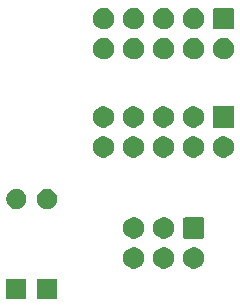
<source format=gbr>
G04 #@! TF.GenerationSoftware,KiCad,Pcbnew,5.1.5+dfsg1-2build2*
G04 #@! TF.CreationDate,2022-03-13T21:16:03-04:00*
G04 #@! TF.ProjectId,RGB_to_hdmi_adapter_coco3,5247425f-746f-45f6-9864-6d695f616461,rev?*
G04 #@! TF.SameCoordinates,Original*
G04 #@! TF.FileFunction,Soldermask,Bot*
G04 #@! TF.FilePolarity,Negative*
%FSLAX46Y46*%
G04 Gerber Fmt 4.6, Leading zero omitted, Abs format (unit mm)*
G04 Created by KiCad (PCBNEW 5.1.5+dfsg1-2build2) date 2022-03-13 21:16:03*
%MOMM*%
%LPD*%
G04 APERTURE LIST*
%ADD10C,0.100000*%
G04 APERTURE END LIST*
D10*
G36*
X126801000Y-146171000D02*
G01*
X125099000Y-146171000D01*
X125099000Y-144469000D01*
X126801000Y-144469000D01*
X126801000Y-146171000D01*
G37*
G36*
X124201000Y-146171000D02*
G01*
X122499000Y-146171000D01*
X122499000Y-144469000D01*
X124201000Y-144469000D01*
X124201000Y-146171000D01*
G37*
G36*
X133398512Y-141793927D02*
G01*
X133547812Y-141823624D01*
X133711784Y-141891544D01*
X133859354Y-141990147D01*
X133984853Y-142115646D01*
X134083456Y-142263216D01*
X134151376Y-142427188D01*
X134186000Y-142601259D01*
X134186000Y-142778741D01*
X134151376Y-142952812D01*
X134083456Y-143116784D01*
X133984853Y-143264354D01*
X133859354Y-143389853D01*
X133711784Y-143488456D01*
X133547812Y-143556376D01*
X133398512Y-143586073D01*
X133373742Y-143591000D01*
X133196258Y-143591000D01*
X133171488Y-143586073D01*
X133022188Y-143556376D01*
X132858216Y-143488456D01*
X132710646Y-143389853D01*
X132585147Y-143264354D01*
X132486544Y-143116784D01*
X132418624Y-142952812D01*
X132384000Y-142778741D01*
X132384000Y-142601259D01*
X132418624Y-142427188D01*
X132486544Y-142263216D01*
X132585147Y-142115646D01*
X132710646Y-141990147D01*
X132858216Y-141891544D01*
X133022188Y-141823624D01*
X133171488Y-141793927D01*
X133196258Y-141789000D01*
X133373742Y-141789000D01*
X133398512Y-141793927D01*
G37*
G36*
X135938512Y-141793927D02*
G01*
X136087812Y-141823624D01*
X136251784Y-141891544D01*
X136399354Y-141990147D01*
X136524853Y-142115646D01*
X136623456Y-142263216D01*
X136691376Y-142427188D01*
X136726000Y-142601259D01*
X136726000Y-142778741D01*
X136691376Y-142952812D01*
X136623456Y-143116784D01*
X136524853Y-143264354D01*
X136399354Y-143389853D01*
X136251784Y-143488456D01*
X136087812Y-143556376D01*
X135938512Y-143586073D01*
X135913742Y-143591000D01*
X135736258Y-143591000D01*
X135711488Y-143586073D01*
X135562188Y-143556376D01*
X135398216Y-143488456D01*
X135250646Y-143389853D01*
X135125147Y-143264354D01*
X135026544Y-143116784D01*
X134958624Y-142952812D01*
X134924000Y-142778741D01*
X134924000Y-142601259D01*
X134958624Y-142427188D01*
X135026544Y-142263216D01*
X135125147Y-142115646D01*
X135250646Y-141990147D01*
X135398216Y-141891544D01*
X135562188Y-141823624D01*
X135711488Y-141793927D01*
X135736258Y-141789000D01*
X135913742Y-141789000D01*
X135938512Y-141793927D01*
G37*
G36*
X138478512Y-141793927D02*
G01*
X138627812Y-141823624D01*
X138791784Y-141891544D01*
X138939354Y-141990147D01*
X139064853Y-142115646D01*
X139163456Y-142263216D01*
X139231376Y-142427188D01*
X139266000Y-142601259D01*
X139266000Y-142778741D01*
X139231376Y-142952812D01*
X139163456Y-143116784D01*
X139064853Y-143264354D01*
X138939354Y-143389853D01*
X138791784Y-143488456D01*
X138627812Y-143556376D01*
X138478512Y-143586073D01*
X138453742Y-143591000D01*
X138276258Y-143591000D01*
X138251488Y-143586073D01*
X138102188Y-143556376D01*
X137938216Y-143488456D01*
X137790646Y-143389853D01*
X137665147Y-143264354D01*
X137566544Y-143116784D01*
X137498624Y-142952812D01*
X137464000Y-142778741D01*
X137464000Y-142601259D01*
X137498624Y-142427188D01*
X137566544Y-142263216D01*
X137665147Y-142115646D01*
X137790646Y-141990147D01*
X137938216Y-141891544D01*
X138102188Y-141823624D01*
X138251488Y-141793927D01*
X138276258Y-141789000D01*
X138453742Y-141789000D01*
X138478512Y-141793927D01*
G37*
G36*
X133393796Y-139252989D02*
G01*
X133547812Y-139283624D01*
X133711784Y-139351544D01*
X133859354Y-139450147D01*
X133984853Y-139575646D01*
X134083456Y-139723216D01*
X134151376Y-139887188D01*
X134186000Y-140061259D01*
X134186000Y-140238741D01*
X134151376Y-140412812D01*
X134083456Y-140576784D01*
X133984853Y-140724354D01*
X133859354Y-140849853D01*
X133711784Y-140948456D01*
X133547812Y-141016376D01*
X133399341Y-141045908D01*
X133373742Y-141051000D01*
X133196258Y-141051000D01*
X133170659Y-141045908D01*
X133022188Y-141016376D01*
X132858216Y-140948456D01*
X132710646Y-140849853D01*
X132585147Y-140724354D01*
X132486544Y-140576784D01*
X132418624Y-140412812D01*
X132384000Y-140238741D01*
X132384000Y-140061259D01*
X132418624Y-139887188D01*
X132486544Y-139723216D01*
X132585147Y-139575646D01*
X132710646Y-139450147D01*
X132858216Y-139351544D01*
X133022188Y-139283624D01*
X133176204Y-139252989D01*
X133196258Y-139249000D01*
X133373742Y-139249000D01*
X133393796Y-139252989D01*
G37*
G36*
X135933796Y-139252989D02*
G01*
X136087812Y-139283624D01*
X136251784Y-139351544D01*
X136399354Y-139450147D01*
X136524853Y-139575646D01*
X136623456Y-139723216D01*
X136691376Y-139887188D01*
X136726000Y-140061259D01*
X136726000Y-140238741D01*
X136691376Y-140412812D01*
X136623456Y-140576784D01*
X136524853Y-140724354D01*
X136399354Y-140849853D01*
X136251784Y-140948456D01*
X136087812Y-141016376D01*
X135939341Y-141045908D01*
X135913742Y-141051000D01*
X135736258Y-141051000D01*
X135710659Y-141045908D01*
X135562188Y-141016376D01*
X135398216Y-140948456D01*
X135250646Y-140849853D01*
X135125147Y-140724354D01*
X135026544Y-140576784D01*
X134958624Y-140412812D01*
X134924000Y-140238741D01*
X134924000Y-140061259D01*
X134958624Y-139887188D01*
X135026544Y-139723216D01*
X135125147Y-139575646D01*
X135250646Y-139450147D01*
X135398216Y-139351544D01*
X135562188Y-139283624D01*
X135716204Y-139252989D01*
X135736258Y-139249000D01*
X135913742Y-139249000D01*
X135933796Y-139252989D01*
G37*
G36*
X139123600Y-139252989D02*
G01*
X139156652Y-139263015D01*
X139187103Y-139279292D01*
X139213799Y-139301201D01*
X139235708Y-139327897D01*
X139251985Y-139358348D01*
X139262011Y-139391400D01*
X139266000Y-139431903D01*
X139266000Y-140868097D01*
X139262011Y-140908600D01*
X139251985Y-140941652D01*
X139235708Y-140972103D01*
X139213799Y-140998799D01*
X139187103Y-141020708D01*
X139156652Y-141036985D01*
X139123600Y-141047011D01*
X139083097Y-141051000D01*
X137646903Y-141051000D01*
X137606400Y-141047011D01*
X137573348Y-141036985D01*
X137542897Y-141020708D01*
X137516201Y-140998799D01*
X137494292Y-140972103D01*
X137478015Y-140941652D01*
X137467989Y-140908600D01*
X137464000Y-140868097D01*
X137464000Y-139431903D01*
X137467989Y-139391400D01*
X137478015Y-139358348D01*
X137494292Y-139327897D01*
X137516201Y-139301201D01*
X137542897Y-139279292D01*
X137573348Y-139263015D01*
X137606400Y-139252989D01*
X137646903Y-139249000D01*
X139083097Y-139249000D01*
X139123600Y-139252989D01*
G37*
G36*
X123598228Y-136881703D02*
G01*
X123753100Y-136945853D01*
X123892481Y-137038985D01*
X124011015Y-137157519D01*
X124104147Y-137296900D01*
X124168297Y-137451772D01*
X124201000Y-137616184D01*
X124201000Y-137783816D01*
X124168297Y-137948228D01*
X124104147Y-138103100D01*
X124011015Y-138242481D01*
X123892481Y-138361015D01*
X123753100Y-138454147D01*
X123598228Y-138518297D01*
X123433816Y-138551000D01*
X123266184Y-138551000D01*
X123101772Y-138518297D01*
X122946900Y-138454147D01*
X122807519Y-138361015D01*
X122688985Y-138242481D01*
X122595853Y-138103100D01*
X122531703Y-137948228D01*
X122499000Y-137783816D01*
X122499000Y-137616184D01*
X122531703Y-137451772D01*
X122595853Y-137296900D01*
X122688985Y-137157519D01*
X122807519Y-137038985D01*
X122946900Y-136945853D01*
X123101772Y-136881703D01*
X123266184Y-136849000D01*
X123433816Y-136849000D01*
X123598228Y-136881703D01*
G37*
G36*
X126198228Y-136881703D02*
G01*
X126353100Y-136945853D01*
X126492481Y-137038985D01*
X126611015Y-137157519D01*
X126704147Y-137296900D01*
X126768297Y-137451772D01*
X126801000Y-137616184D01*
X126801000Y-137783816D01*
X126768297Y-137948228D01*
X126704147Y-138103100D01*
X126611015Y-138242481D01*
X126492481Y-138361015D01*
X126353100Y-138454147D01*
X126198228Y-138518297D01*
X126033816Y-138551000D01*
X125866184Y-138551000D01*
X125701772Y-138518297D01*
X125546900Y-138454147D01*
X125407519Y-138361015D01*
X125288985Y-138242481D01*
X125195853Y-138103100D01*
X125131703Y-137948228D01*
X125099000Y-137783816D01*
X125099000Y-137616184D01*
X125131703Y-137451772D01*
X125195853Y-137296900D01*
X125288985Y-137157519D01*
X125407519Y-137038985D01*
X125546900Y-136945853D01*
X125701772Y-136881703D01*
X125866184Y-136849000D01*
X126033816Y-136849000D01*
X126198228Y-136881703D01*
G37*
G36*
X133363512Y-132393927D02*
G01*
X133512812Y-132423624D01*
X133676784Y-132491544D01*
X133824354Y-132590147D01*
X133949853Y-132715646D01*
X134048456Y-132863216D01*
X134116376Y-133027188D01*
X134151000Y-133201259D01*
X134151000Y-133378741D01*
X134116376Y-133552812D01*
X134048456Y-133716784D01*
X133949853Y-133864354D01*
X133824354Y-133989853D01*
X133676784Y-134088456D01*
X133512812Y-134156376D01*
X133363512Y-134186073D01*
X133338742Y-134191000D01*
X133161258Y-134191000D01*
X133136488Y-134186073D01*
X132987188Y-134156376D01*
X132823216Y-134088456D01*
X132675646Y-133989853D01*
X132550147Y-133864354D01*
X132451544Y-133716784D01*
X132383624Y-133552812D01*
X132349000Y-133378741D01*
X132349000Y-133201259D01*
X132383624Y-133027188D01*
X132451544Y-132863216D01*
X132550147Y-132715646D01*
X132675646Y-132590147D01*
X132823216Y-132491544D01*
X132987188Y-132423624D01*
X133136488Y-132393927D01*
X133161258Y-132389000D01*
X133338742Y-132389000D01*
X133363512Y-132393927D01*
G37*
G36*
X140983512Y-132393927D02*
G01*
X141132812Y-132423624D01*
X141296784Y-132491544D01*
X141444354Y-132590147D01*
X141569853Y-132715646D01*
X141668456Y-132863216D01*
X141736376Y-133027188D01*
X141771000Y-133201259D01*
X141771000Y-133378741D01*
X141736376Y-133552812D01*
X141668456Y-133716784D01*
X141569853Y-133864354D01*
X141444354Y-133989853D01*
X141296784Y-134088456D01*
X141132812Y-134156376D01*
X140983512Y-134186073D01*
X140958742Y-134191000D01*
X140781258Y-134191000D01*
X140756488Y-134186073D01*
X140607188Y-134156376D01*
X140443216Y-134088456D01*
X140295646Y-133989853D01*
X140170147Y-133864354D01*
X140071544Y-133716784D01*
X140003624Y-133552812D01*
X139969000Y-133378741D01*
X139969000Y-133201259D01*
X140003624Y-133027188D01*
X140071544Y-132863216D01*
X140170147Y-132715646D01*
X140295646Y-132590147D01*
X140443216Y-132491544D01*
X140607188Y-132423624D01*
X140756488Y-132393927D01*
X140781258Y-132389000D01*
X140958742Y-132389000D01*
X140983512Y-132393927D01*
G37*
G36*
X130823512Y-132393927D02*
G01*
X130972812Y-132423624D01*
X131136784Y-132491544D01*
X131284354Y-132590147D01*
X131409853Y-132715646D01*
X131508456Y-132863216D01*
X131576376Y-133027188D01*
X131611000Y-133201259D01*
X131611000Y-133378741D01*
X131576376Y-133552812D01*
X131508456Y-133716784D01*
X131409853Y-133864354D01*
X131284354Y-133989853D01*
X131136784Y-134088456D01*
X130972812Y-134156376D01*
X130823512Y-134186073D01*
X130798742Y-134191000D01*
X130621258Y-134191000D01*
X130596488Y-134186073D01*
X130447188Y-134156376D01*
X130283216Y-134088456D01*
X130135646Y-133989853D01*
X130010147Y-133864354D01*
X129911544Y-133716784D01*
X129843624Y-133552812D01*
X129809000Y-133378741D01*
X129809000Y-133201259D01*
X129843624Y-133027188D01*
X129911544Y-132863216D01*
X130010147Y-132715646D01*
X130135646Y-132590147D01*
X130283216Y-132491544D01*
X130447188Y-132423624D01*
X130596488Y-132393927D01*
X130621258Y-132389000D01*
X130798742Y-132389000D01*
X130823512Y-132393927D01*
G37*
G36*
X138443512Y-132393927D02*
G01*
X138592812Y-132423624D01*
X138756784Y-132491544D01*
X138904354Y-132590147D01*
X139029853Y-132715646D01*
X139128456Y-132863216D01*
X139196376Y-133027188D01*
X139231000Y-133201259D01*
X139231000Y-133378741D01*
X139196376Y-133552812D01*
X139128456Y-133716784D01*
X139029853Y-133864354D01*
X138904354Y-133989853D01*
X138756784Y-134088456D01*
X138592812Y-134156376D01*
X138443512Y-134186073D01*
X138418742Y-134191000D01*
X138241258Y-134191000D01*
X138216488Y-134186073D01*
X138067188Y-134156376D01*
X137903216Y-134088456D01*
X137755646Y-133989853D01*
X137630147Y-133864354D01*
X137531544Y-133716784D01*
X137463624Y-133552812D01*
X137429000Y-133378741D01*
X137429000Y-133201259D01*
X137463624Y-133027188D01*
X137531544Y-132863216D01*
X137630147Y-132715646D01*
X137755646Y-132590147D01*
X137903216Y-132491544D01*
X138067188Y-132423624D01*
X138216488Y-132393927D01*
X138241258Y-132389000D01*
X138418742Y-132389000D01*
X138443512Y-132393927D01*
G37*
G36*
X135903512Y-132393927D02*
G01*
X136052812Y-132423624D01*
X136216784Y-132491544D01*
X136364354Y-132590147D01*
X136489853Y-132715646D01*
X136588456Y-132863216D01*
X136656376Y-133027188D01*
X136691000Y-133201259D01*
X136691000Y-133378741D01*
X136656376Y-133552812D01*
X136588456Y-133716784D01*
X136489853Y-133864354D01*
X136364354Y-133989853D01*
X136216784Y-134088456D01*
X136052812Y-134156376D01*
X135903512Y-134186073D01*
X135878742Y-134191000D01*
X135701258Y-134191000D01*
X135676488Y-134186073D01*
X135527188Y-134156376D01*
X135363216Y-134088456D01*
X135215646Y-133989853D01*
X135090147Y-133864354D01*
X134991544Y-133716784D01*
X134923624Y-133552812D01*
X134889000Y-133378741D01*
X134889000Y-133201259D01*
X134923624Y-133027188D01*
X134991544Y-132863216D01*
X135090147Y-132715646D01*
X135215646Y-132590147D01*
X135363216Y-132491544D01*
X135527188Y-132423624D01*
X135676488Y-132393927D01*
X135701258Y-132389000D01*
X135878742Y-132389000D01*
X135903512Y-132393927D01*
G37*
G36*
X130823512Y-129853927D02*
G01*
X130972812Y-129883624D01*
X131136784Y-129951544D01*
X131284354Y-130050147D01*
X131409853Y-130175646D01*
X131508456Y-130323216D01*
X131576376Y-130487188D01*
X131611000Y-130661259D01*
X131611000Y-130838741D01*
X131576376Y-131012812D01*
X131508456Y-131176784D01*
X131409853Y-131324354D01*
X131284354Y-131449853D01*
X131136784Y-131548456D01*
X130972812Y-131616376D01*
X130823512Y-131646073D01*
X130798742Y-131651000D01*
X130621258Y-131651000D01*
X130596488Y-131646073D01*
X130447188Y-131616376D01*
X130283216Y-131548456D01*
X130135646Y-131449853D01*
X130010147Y-131324354D01*
X129911544Y-131176784D01*
X129843624Y-131012812D01*
X129809000Y-130838741D01*
X129809000Y-130661259D01*
X129843624Y-130487188D01*
X129911544Y-130323216D01*
X130010147Y-130175646D01*
X130135646Y-130050147D01*
X130283216Y-129951544D01*
X130447188Y-129883624D01*
X130596488Y-129853927D01*
X130621258Y-129849000D01*
X130798742Y-129849000D01*
X130823512Y-129853927D01*
G37*
G36*
X141771000Y-131651000D02*
G01*
X139969000Y-131651000D01*
X139969000Y-129849000D01*
X141771000Y-129849000D01*
X141771000Y-131651000D01*
G37*
G36*
X138443512Y-129853927D02*
G01*
X138592812Y-129883624D01*
X138756784Y-129951544D01*
X138904354Y-130050147D01*
X139029853Y-130175646D01*
X139128456Y-130323216D01*
X139196376Y-130487188D01*
X139231000Y-130661259D01*
X139231000Y-130838741D01*
X139196376Y-131012812D01*
X139128456Y-131176784D01*
X139029853Y-131324354D01*
X138904354Y-131449853D01*
X138756784Y-131548456D01*
X138592812Y-131616376D01*
X138443512Y-131646073D01*
X138418742Y-131651000D01*
X138241258Y-131651000D01*
X138216488Y-131646073D01*
X138067188Y-131616376D01*
X137903216Y-131548456D01*
X137755646Y-131449853D01*
X137630147Y-131324354D01*
X137531544Y-131176784D01*
X137463624Y-131012812D01*
X137429000Y-130838741D01*
X137429000Y-130661259D01*
X137463624Y-130487188D01*
X137531544Y-130323216D01*
X137630147Y-130175646D01*
X137755646Y-130050147D01*
X137903216Y-129951544D01*
X138067188Y-129883624D01*
X138216488Y-129853927D01*
X138241258Y-129849000D01*
X138418742Y-129849000D01*
X138443512Y-129853927D01*
G37*
G36*
X135903512Y-129853927D02*
G01*
X136052812Y-129883624D01*
X136216784Y-129951544D01*
X136364354Y-130050147D01*
X136489853Y-130175646D01*
X136588456Y-130323216D01*
X136656376Y-130487188D01*
X136691000Y-130661259D01*
X136691000Y-130838741D01*
X136656376Y-131012812D01*
X136588456Y-131176784D01*
X136489853Y-131324354D01*
X136364354Y-131449853D01*
X136216784Y-131548456D01*
X136052812Y-131616376D01*
X135903512Y-131646073D01*
X135878742Y-131651000D01*
X135701258Y-131651000D01*
X135676488Y-131646073D01*
X135527188Y-131616376D01*
X135363216Y-131548456D01*
X135215646Y-131449853D01*
X135090147Y-131324354D01*
X134991544Y-131176784D01*
X134923624Y-131012812D01*
X134889000Y-130838741D01*
X134889000Y-130661259D01*
X134923624Y-130487188D01*
X134991544Y-130323216D01*
X135090147Y-130175646D01*
X135215646Y-130050147D01*
X135363216Y-129951544D01*
X135527188Y-129883624D01*
X135676488Y-129853927D01*
X135701258Y-129849000D01*
X135878742Y-129849000D01*
X135903512Y-129853927D01*
G37*
G36*
X133363512Y-129853927D02*
G01*
X133512812Y-129883624D01*
X133676784Y-129951544D01*
X133824354Y-130050147D01*
X133949853Y-130175646D01*
X134048456Y-130323216D01*
X134116376Y-130487188D01*
X134151000Y-130661259D01*
X134151000Y-130838741D01*
X134116376Y-131012812D01*
X134048456Y-131176784D01*
X133949853Y-131324354D01*
X133824354Y-131449853D01*
X133676784Y-131548456D01*
X133512812Y-131616376D01*
X133363512Y-131646073D01*
X133338742Y-131651000D01*
X133161258Y-131651000D01*
X133136488Y-131646073D01*
X132987188Y-131616376D01*
X132823216Y-131548456D01*
X132675646Y-131449853D01*
X132550147Y-131324354D01*
X132451544Y-131176784D01*
X132383624Y-131012812D01*
X132349000Y-130838741D01*
X132349000Y-130661259D01*
X132383624Y-130487188D01*
X132451544Y-130323216D01*
X132550147Y-130175646D01*
X132675646Y-130050147D01*
X132823216Y-129951544D01*
X132987188Y-129883624D01*
X133136488Y-129853927D01*
X133161258Y-129849000D01*
X133338742Y-129849000D01*
X133363512Y-129853927D01*
G37*
G36*
X135933512Y-124068927D02*
G01*
X136082812Y-124098624D01*
X136246784Y-124166544D01*
X136394354Y-124265147D01*
X136519853Y-124390646D01*
X136618456Y-124538216D01*
X136686376Y-124702188D01*
X136721000Y-124876259D01*
X136721000Y-125053741D01*
X136686376Y-125227812D01*
X136618456Y-125391784D01*
X136519853Y-125539354D01*
X136394354Y-125664853D01*
X136246784Y-125763456D01*
X136082812Y-125831376D01*
X135933512Y-125861073D01*
X135908742Y-125866000D01*
X135731258Y-125866000D01*
X135706488Y-125861073D01*
X135557188Y-125831376D01*
X135393216Y-125763456D01*
X135245646Y-125664853D01*
X135120147Y-125539354D01*
X135021544Y-125391784D01*
X134953624Y-125227812D01*
X134919000Y-125053741D01*
X134919000Y-124876259D01*
X134953624Y-124702188D01*
X135021544Y-124538216D01*
X135120147Y-124390646D01*
X135245646Y-124265147D01*
X135393216Y-124166544D01*
X135557188Y-124098624D01*
X135706488Y-124068927D01*
X135731258Y-124064000D01*
X135908742Y-124064000D01*
X135933512Y-124068927D01*
G37*
G36*
X133393512Y-124068927D02*
G01*
X133542812Y-124098624D01*
X133706784Y-124166544D01*
X133854354Y-124265147D01*
X133979853Y-124390646D01*
X134078456Y-124538216D01*
X134146376Y-124702188D01*
X134181000Y-124876259D01*
X134181000Y-125053741D01*
X134146376Y-125227812D01*
X134078456Y-125391784D01*
X133979853Y-125539354D01*
X133854354Y-125664853D01*
X133706784Y-125763456D01*
X133542812Y-125831376D01*
X133393512Y-125861073D01*
X133368742Y-125866000D01*
X133191258Y-125866000D01*
X133166488Y-125861073D01*
X133017188Y-125831376D01*
X132853216Y-125763456D01*
X132705646Y-125664853D01*
X132580147Y-125539354D01*
X132481544Y-125391784D01*
X132413624Y-125227812D01*
X132379000Y-125053741D01*
X132379000Y-124876259D01*
X132413624Y-124702188D01*
X132481544Y-124538216D01*
X132580147Y-124390646D01*
X132705646Y-124265147D01*
X132853216Y-124166544D01*
X133017188Y-124098624D01*
X133166488Y-124068927D01*
X133191258Y-124064000D01*
X133368742Y-124064000D01*
X133393512Y-124068927D01*
G37*
G36*
X130853512Y-124068927D02*
G01*
X131002812Y-124098624D01*
X131166784Y-124166544D01*
X131314354Y-124265147D01*
X131439853Y-124390646D01*
X131538456Y-124538216D01*
X131606376Y-124702188D01*
X131641000Y-124876259D01*
X131641000Y-125053741D01*
X131606376Y-125227812D01*
X131538456Y-125391784D01*
X131439853Y-125539354D01*
X131314354Y-125664853D01*
X131166784Y-125763456D01*
X131002812Y-125831376D01*
X130853512Y-125861073D01*
X130828742Y-125866000D01*
X130651258Y-125866000D01*
X130626488Y-125861073D01*
X130477188Y-125831376D01*
X130313216Y-125763456D01*
X130165646Y-125664853D01*
X130040147Y-125539354D01*
X129941544Y-125391784D01*
X129873624Y-125227812D01*
X129839000Y-125053741D01*
X129839000Y-124876259D01*
X129873624Y-124702188D01*
X129941544Y-124538216D01*
X130040147Y-124390646D01*
X130165646Y-124265147D01*
X130313216Y-124166544D01*
X130477188Y-124098624D01*
X130626488Y-124068927D01*
X130651258Y-124064000D01*
X130828742Y-124064000D01*
X130853512Y-124068927D01*
G37*
G36*
X138473512Y-124068927D02*
G01*
X138622812Y-124098624D01*
X138786784Y-124166544D01*
X138934354Y-124265147D01*
X139059853Y-124390646D01*
X139158456Y-124538216D01*
X139226376Y-124702188D01*
X139261000Y-124876259D01*
X139261000Y-125053741D01*
X139226376Y-125227812D01*
X139158456Y-125391784D01*
X139059853Y-125539354D01*
X138934354Y-125664853D01*
X138786784Y-125763456D01*
X138622812Y-125831376D01*
X138473512Y-125861073D01*
X138448742Y-125866000D01*
X138271258Y-125866000D01*
X138246488Y-125861073D01*
X138097188Y-125831376D01*
X137933216Y-125763456D01*
X137785646Y-125664853D01*
X137660147Y-125539354D01*
X137561544Y-125391784D01*
X137493624Y-125227812D01*
X137459000Y-125053741D01*
X137459000Y-124876259D01*
X137493624Y-124702188D01*
X137561544Y-124538216D01*
X137660147Y-124390646D01*
X137785646Y-124265147D01*
X137933216Y-124166544D01*
X138097188Y-124098624D01*
X138246488Y-124068927D01*
X138271258Y-124064000D01*
X138448742Y-124064000D01*
X138473512Y-124068927D01*
G37*
G36*
X141013512Y-124068927D02*
G01*
X141162812Y-124098624D01*
X141326784Y-124166544D01*
X141474354Y-124265147D01*
X141599853Y-124390646D01*
X141698456Y-124538216D01*
X141766376Y-124702188D01*
X141801000Y-124876259D01*
X141801000Y-125053741D01*
X141766376Y-125227812D01*
X141698456Y-125391784D01*
X141599853Y-125539354D01*
X141474354Y-125664853D01*
X141326784Y-125763456D01*
X141162812Y-125831376D01*
X141013512Y-125861073D01*
X140988742Y-125866000D01*
X140811258Y-125866000D01*
X140786488Y-125861073D01*
X140637188Y-125831376D01*
X140473216Y-125763456D01*
X140325646Y-125664853D01*
X140200147Y-125539354D01*
X140101544Y-125391784D01*
X140033624Y-125227812D01*
X139999000Y-125053741D01*
X139999000Y-124876259D01*
X140033624Y-124702188D01*
X140101544Y-124538216D01*
X140200147Y-124390646D01*
X140325646Y-124265147D01*
X140473216Y-124166544D01*
X140637188Y-124098624D01*
X140786488Y-124068927D01*
X140811258Y-124064000D01*
X140988742Y-124064000D01*
X141013512Y-124068927D01*
G37*
G36*
X133388796Y-121527989D02*
G01*
X133542812Y-121558624D01*
X133706784Y-121626544D01*
X133854354Y-121725147D01*
X133979853Y-121850646D01*
X134078456Y-121998216D01*
X134146376Y-122162188D01*
X134181000Y-122336259D01*
X134181000Y-122513741D01*
X134146376Y-122687812D01*
X134078456Y-122851784D01*
X133979853Y-122999354D01*
X133854354Y-123124853D01*
X133706784Y-123223456D01*
X133542812Y-123291376D01*
X133394341Y-123320908D01*
X133368742Y-123326000D01*
X133191258Y-123326000D01*
X133165659Y-123320908D01*
X133017188Y-123291376D01*
X132853216Y-123223456D01*
X132705646Y-123124853D01*
X132580147Y-122999354D01*
X132481544Y-122851784D01*
X132413624Y-122687812D01*
X132379000Y-122513741D01*
X132379000Y-122336259D01*
X132413624Y-122162188D01*
X132481544Y-121998216D01*
X132580147Y-121850646D01*
X132705646Y-121725147D01*
X132853216Y-121626544D01*
X133017188Y-121558624D01*
X133171204Y-121527989D01*
X133191258Y-121524000D01*
X133368742Y-121524000D01*
X133388796Y-121527989D01*
G37*
G36*
X141658600Y-121527989D02*
G01*
X141691652Y-121538015D01*
X141722103Y-121554292D01*
X141748799Y-121576201D01*
X141770708Y-121602897D01*
X141786985Y-121633348D01*
X141797011Y-121666400D01*
X141801000Y-121706903D01*
X141801000Y-123143097D01*
X141797011Y-123183600D01*
X141786985Y-123216652D01*
X141770708Y-123247103D01*
X141748799Y-123273799D01*
X141722103Y-123295708D01*
X141691652Y-123311985D01*
X141658600Y-123322011D01*
X141618097Y-123326000D01*
X140181903Y-123326000D01*
X140141400Y-123322011D01*
X140108348Y-123311985D01*
X140077897Y-123295708D01*
X140051201Y-123273799D01*
X140029292Y-123247103D01*
X140013015Y-123216652D01*
X140002989Y-123183600D01*
X139999000Y-123143097D01*
X139999000Y-121706903D01*
X140002989Y-121666400D01*
X140013015Y-121633348D01*
X140029292Y-121602897D01*
X140051201Y-121576201D01*
X140077897Y-121554292D01*
X140108348Y-121538015D01*
X140141400Y-121527989D01*
X140181903Y-121524000D01*
X141618097Y-121524000D01*
X141658600Y-121527989D01*
G37*
G36*
X138468796Y-121527989D02*
G01*
X138622812Y-121558624D01*
X138786784Y-121626544D01*
X138934354Y-121725147D01*
X139059853Y-121850646D01*
X139158456Y-121998216D01*
X139226376Y-122162188D01*
X139261000Y-122336259D01*
X139261000Y-122513741D01*
X139226376Y-122687812D01*
X139158456Y-122851784D01*
X139059853Y-122999354D01*
X138934354Y-123124853D01*
X138786784Y-123223456D01*
X138622812Y-123291376D01*
X138474341Y-123320908D01*
X138448742Y-123326000D01*
X138271258Y-123326000D01*
X138245659Y-123320908D01*
X138097188Y-123291376D01*
X137933216Y-123223456D01*
X137785646Y-123124853D01*
X137660147Y-122999354D01*
X137561544Y-122851784D01*
X137493624Y-122687812D01*
X137459000Y-122513741D01*
X137459000Y-122336259D01*
X137493624Y-122162188D01*
X137561544Y-121998216D01*
X137660147Y-121850646D01*
X137785646Y-121725147D01*
X137933216Y-121626544D01*
X138097188Y-121558624D01*
X138251204Y-121527989D01*
X138271258Y-121524000D01*
X138448742Y-121524000D01*
X138468796Y-121527989D01*
G37*
G36*
X135928796Y-121527989D02*
G01*
X136082812Y-121558624D01*
X136246784Y-121626544D01*
X136394354Y-121725147D01*
X136519853Y-121850646D01*
X136618456Y-121998216D01*
X136686376Y-122162188D01*
X136721000Y-122336259D01*
X136721000Y-122513741D01*
X136686376Y-122687812D01*
X136618456Y-122851784D01*
X136519853Y-122999354D01*
X136394354Y-123124853D01*
X136246784Y-123223456D01*
X136082812Y-123291376D01*
X135934341Y-123320908D01*
X135908742Y-123326000D01*
X135731258Y-123326000D01*
X135705659Y-123320908D01*
X135557188Y-123291376D01*
X135393216Y-123223456D01*
X135245646Y-123124853D01*
X135120147Y-122999354D01*
X135021544Y-122851784D01*
X134953624Y-122687812D01*
X134919000Y-122513741D01*
X134919000Y-122336259D01*
X134953624Y-122162188D01*
X135021544Y-121998216D01*
X135120147Y-121850646D01*
X135245646Y-121725147D01*
X135393216Y-121626544D01*
X135557188Y-121558624D01*
X135711204Y-121527989D01*
X135731258Y-121524000D01*
X135908742Y-121524000D01*
X135928796Y-121527989D01*
G37*
G36*
X130848796Y-121527989D02*
G01*
X131002812Y-121558624D01*
X131166784Y-121626544D01*
X131314354Y-121725147D01*
X131439853Y-121850646D01*
X131538456Y-121998216D01*
X131606376Y-122162188D01*
X131641000Y-122336259D01*
X131641000Y-122513741D01*
X131606376Y-122687812D01*
X131538456Y-122851784D01*
X131439853Y-122999354D01*
X131314354Y-123124853D01*
X131166784Y-123223456D01*
X131002812Y-123291376D01*
X130854341Y-123320908D01*
X130828742Y-123326000D01*
X130651258Y-123326000D01*
X130625659Y-123320908D01*
X130477188Y-123291376D01*
X130313216Y-123223456D01*
X130165646Y-123124853D01*
X130040147Y-122999354D01*
X129941544Y-122851784D01*
X129873624Y-122687812D01*
X129839000Y-122513741D01*
X129839000Y-122336259D01*
X129873624Y-122162188D01*
X129941544Y-121998216D01*
X130040147Y-121850646D01*
X130165646Y-121725147D01*
X130313216Y-121626544D01*
X130477188Y-121558624D01*
X130631204Y-121527989D01*
X130651258Y-121524000D01*
X130828742Y-121524000D01*
X130848796Y-121527989D01*
G37*
M02*

</source>
